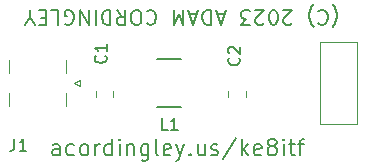
<source format=gto>
%TF.GenerationSoftware,KiCad,Pcbnew,7.0.1*%
%TF.CreationDate,2023-07-17T06:27:02-07:00*%
%TF.ProjectId,Antenna_Impedance_Match,416e7465-6e6e-4615-9f49-6d706564616e,rev?*%
%TF.SameCoordinates,Original*%
%TF.FileFunction,Legend,Top*%
%TF.FilePolarity,Positive*%
%FSLAX46Y46*%
G04 Gerber Fmt 4.6, Leading zero omitted, Abs format (unit mm)*
G04 Created by KiCad (PCBNEW 7.0.1) date 2023-07-17 06:27:02*
%MOMM*%
%LPD*%
G01*
G04 APERTURE LIST*
%ADD10C,0.150000*%
%ADD11C,0.180000*%
%ADD12C,0.120000*%
%ADD13C,0.200000*%
G04 APERTURE END LIST*
D10*
X152595238Y-73326785D02*
X152654761Y-73386309D01*
X152654761Y-73386309D02*
X152773809Y-73564880D01*
X152773809Y-73564880D02*
X152833333Y-73683928D01*
X152833333Y-73683928D02*
X152892857Y-73862500D01*
X152892857Y-73862500D02*
X152952380Y-74160119D01*
X152952380Y-74160119D02*
X152952380Y-74398214D01*
X152952380Y-74398214D02*
X152892857Y-74695833D01*
X152892857Y-74695833D02*
X152833333Y-74874404D01*
X152833333Y-74874404D02*
X152773809Y-74993452D01*
X152773809Y-74993452D02*
X152654761Y-75172023D01*
X152654761Y-75172023D02*
X152595238Y-75231547D01*
X151404762Y-73922023D02*
X151464286Y-73862500D01*
X151464286Y-73862500D02*
X151642857Y-73802976D01*
X151642857Y-73802976D02*
X151761905Y-73802976D01*
X151761905Y-73802976D02*
X151940476Y-73862500D01*
X151940476Y-73862500D02*
X152059524Y-73981547D01*
X152059524Y-73981547D02*
X152119047Y-74100595D01*
X152119047Y-74100595D02*
X152178571Y-74338690D01*
X152178571Y-74338690D02*
X152178571Y-74517261D01*
X152178571Y-74517261D02*
X152119047Y-74755357D01*
X152119047Y-74755357D02*
X152059524Y-74874404D01*
X152059524Y-74874404D02*
X151940476Y-74993452D01*
X151940476Y-74993452D02*
X151761905Y-75052976D01*
X151761905Y-75052976D02*
X151642857Y-75052976D01*
X151642857Y-75052976D02*
X151464286Y-74993452D01*
X151464286Y-74993452D02*
X151404762Y-74933928D01*
X150988095Y-73326785D02*
X150928571Y-73386309D01*
X150928571Y-73386309D02*
X150809524Y-73564880D01*
X150809524Y-73564880D02*
X150750000Y-73683928D01*
X150750000Y-73683928D02*
X150690476Y-73862500D01*
X150690476Y-73862500D02*
X150630952Y-74160119D01*
X150630952Y-74160119D02*
X150630952Y-74398214D01*
X150630952Y-74398214D02*
X150690476Y-74695833D01*
X150690476Y-74695833D02*
X150750000Y-74874404D01*
X150750000Y-74874404D02*
X150809524Y-74993452D01*
X150809524Y-74993452D02*
X150928571Y-75172023D01*
X150928571Y-75172023D02*
X150988095Y-75231547D01*
X149142857Y-74933928D02*
X149083333Y-74993452D01*
X149083333Y-74993452D02*
X148964286Y-75052976D01*
X148964286Y-75052976D02*
X148666667Y-75052976D01*
X148666667Y-75052976D02*
X148547619Y-74993452D01*
X148547619Y-74993452D02*
X148488095Y-74933928D01*
X148488095Y-74933928D02*
X148428572Y-74814880D01*
X148428572Y-74814880D02*
X148428572Y-74695833D01*
X148428572Y-74695833D02*
X148488095Y-74517261D01*
X148488095Y-74517261D02*
X149202381Y-73802976D01*
X149202381Y-73802976D02*
X148428572Y-73802976D01*
X147654762Y-75052976D02*
X147535715Y-75052976D01*
X147535715Y-75052976D02*
X147416667Y-74993452D01*
X147416667Y-74993452D02*
X147357143Y-74933928D01*
X147357143Y-74933928D02*
X147297619Y-74814880D01*
X147297619Y-74814880D02*
X147238096Y-74576785D01*
X147238096Y-74576785D02*
X147238096Y-74279166D01*
X147238096Y-74279166D02*
X147297619Y-74041071D01*
X147297619Y-74041071D02*
X147357143Y-73922023D01*
X147357143Y-73922023D02*
X147416667Y-73862500D01*
X147416667Y-73862500D02*
X147535715Y-73802976D01*
X147535715Y-73802976D02*
X147654762Y-73802976D01*
X147654762Y-73802976D02*
X147773810Y-73862500D01*
X147773810Y-73862500D02*
X147833334Y-73922023D01*
X147833334Y-73922023D02*
X147892857Y-74041071D01*
X147892857Y-74041071D02*
X147952381Y-74279166D01*
X147952381Y-74279166D02*
X147952381Y-74576785D01*
X147952381Y-74576785D02*
X147892857Y-74814880D01*
X147892857Y-74814880D02*
X147833334Y-74933928D01*
X147833334Y-74933928D02*
X147773810Y-74993452D01*
X147773810Y-74993452D02*
X147654762Y-75052976D01*
X146761905Y-74933928D02*
X146702381Y-74993452D01*
X146702381Y-74993452D02*
X146583334Y-75052976D01*
X146583334Y-75052976D02*
X146285715Y-75052976D01*
X146285715Y-75052976D02*
X146166667Y-74993452D01*
X146166667Y-74993452D02*
X146107143Y-74933928D01*
X146107143Y-74933928D02*
X146047620Y-74814880D01*
X146047620Y-74814880D02*
X146047620Y-74695833D01*
X146047620Y-74695833D02*
X146107143Y-74517261D01*
X146107143Y-74517261D02*
X146821429Y-73802976D01*
X146821429Y-73802976D02*
X146047620Y-73802976D01*
X145630953Y-75052976D02*
X144857144Y-75052976D01*
X144857144Y-75052976D02*
X145273810Y-74576785D01*
X145273810Y-74576785D02*
X145095239Y-74576785D01*
X145095239Y-74576785D02*
X144976191Y-74517261D01*
X144976191Y-74517261D02*
X144916667Y-74457738D01*
X144916667Y-74457738D02*
X144857144Y-74338690D01*
X144857144Y-74338690D02*
X144857144Y-74041071D01*
X144857144Y-74041071D02*
X144916667Y-73922023D01*
X144916667Y-73922023D02*
X144976191Y-73862500D01*
X144976191Y-73862500D02*
X145095239Y-73802976D01*
X145095239Y-73802976D02*
X145452382Y-73802976D01*
X145452382Y-73802976D02*
X145571429Y-73862500D01*
X145571429Y-73862500D02*
X145630953Y-73922023D01*
X143428572Y-74160119D02*
X142833334Y-74160119D01*
X143547620Y-73802976D02*
X143130953Y-75052976D01*
X143130953Y-75052976D02*
X142714287Y-73802976D01*
X142297619Y-73802976D02*
X142297619Y-75052976D01*
X142297619Y-75052976D02*
X142000000Y-75052976D01*
X142000000Y-75052976D02*
X141821429Y-74993452D01*
X141821429Y-74993452D02*
X141702381Y-74874404D01*
X141702381Y-74874404D02*
X141642858Y-74755357D01*
X141642858Y-74755357D02*
X141583334Y-74517261D01*
X141583334Y-74517261D02*
X141583334Y-74338690D01*
X141583334Y-74338690D02*
X141642858Y-74100595D01*
X141642858Y-74100595D02*
X141702381Y-73981547D01*
X141702381Y-73981547D02*
X141821429Y-73862500D01*
X141821429Y-73862500D02*
X142000000Y-73802976D01*
X142000000Y-73802976D02*
X142297619Y-73802976D01*
X141107143Y-74160119D02*
X140511905Y-74160119D01*
X141226191Y-73802976D02*
X140809524Y-75052976D01*
X140809524Y-75052976D02*
X140392858Y-73802976D01*
X139976190Y-73802976D02*
X139976190Y-75052976D01*
X139976190Y-75052976D02*
X139559524Y-74160119D01*
X139559524Y-74160119D02*
X139142857Y-75052976D01*
X139142857Y-75052976D02*
X139142857Y-73802976D01*
X136880953Y-73922023D02*
X136940477Y-73862500D01*
X136940477Y-73862500D02*
X137119048Y-73802976D01*
X137119048Y-73802976D02*
X137238096Y-73802976D01*
X137238096Y-73802976D02*
X137416667Y-73862500D01*
X137416667Y-73862500D02*
X137535715Y-73981547D01*
X137535715Y-73981547D02*
X137595238Y-74100595D01*
X137595238Y-74100595D02*
X137654762Y-74338690D01*
X137654762Y-74338690D02*
X137654762Y-74517261D01*
X137654762Y-74517261D02*
X137595238Y-74755357D01*
X137595238Y-74755357D02*
X137535715Y-74874404D01*
X137535715Y-74874404D02*
X137416667Y-74993452D01*
X137416667Y-74993452D02*
X137238096Y-75052976D01*
X137238096Y-75052976D02*
X137119048Y-75052976D01*
X137119048Y-75052976D02*
X136940477Y-74993452D01*
X136940477Y-74993452D02*
X136880953Y-74933928D01*
X136107143Y-75052976D02*
X135869048Y-75052976D01*
X135869048Y-75052976D02*
X135750000Y-74993452D01*
X135750000Y-74993452D02*
X135630953Y-74874404D01*
X135630953Y-74874404D02*
X135571429Y-74636309D01*
X135571429Y-74636309D02*
X135571429Y-74219642D01*
X135571429Y-74219642D02*
X135630953Y-73981547D01*
X135630953Y-73981547D02*
X135750000Y-73862500D01*
X135750000Y-73862500D02*
X135869048Y-73802976D01*
X135869048Y-73802976D02*
X136107143Y-73802976D01*
X136107143Y-73802976D02*
X136226191Y-73862500D01*
X136226191Y-73862500D02*
X136345238Y-73981547D01*
X136345238Y-73981547D02*
X136404762Y-74219642D01*
X136404762Y-74219642D02*
X136404762Y-74636309D01*
X136404762Y-74636309D02*
X136345238Y-74874404D01*
X136345238Y-74874404D02*
X136226191Y-74993452D01*
X136226191Y-74993452D02*
X136107143Y-75052976D01*
X134321429Y-73802976D02*
X134738095Y-74398214D01*
X135035714Y-73802976D02*
X135035714Y-75052976D01*
X135035714Y-75052976D02*
X134559524Y-75052976D01*
X134559524Y-75052976D02*
X134440476Y-74993452D01*
X134440476Y-74993452D02*
X134380953Y-74933928D01*
X134380953Y-74933928D02*
X134321429Y-74814880D01*
X134321429Y-74814880D02*
X134321429Y-74636309D01*
X134321429Y-74636309D02*
X134380953Y-74517261D01*
X134380953Y-74517261D02*
X134440476Y-74457738D01*
X134440476Y-74457738D02*
X134559524Y-74398214D01*
X134559524Y-74398214D02*
X135035714Y-74398214D01*
X133785714Y-73802976D02*
X133785714Y-75052976D01*
X133785714Y-75052976D02*
X133488095Y-75052976D01*
X133488095Y-75052976D02*
X133309524Y-74993452D01*
X133309524Y-74993452D02*
X133190476Y-74874404D01*
X133190476Y-74874404D02*
X133130953Y-74755357D01*
X133130953Y-74755357D02*
X133071429Y-74517261D01*
X133071429Y-74517261D02*
X133071429Y-74338690D01*
X133071429Y-74338690D02*
X133130953Y-74100595D01*
X133130953Y-74100595D02*
X133190476Y-73981547D01*
X133190476Y-73981547D02*
X133309524Y-73862500D01*
X133309524Y-73862500D02*
X133488095Y-73802976D01*
X133488095Y-73802976D02*
X133785714Y-73802976D01*
X132535714Y-73802976D02*
X132535714Y-75052976D01*
X131940476Y-73802976D02*
X131940476Y-75052976D01*
X131940476Y-75052976D02*
X131226191Y-73802976D01*
X131226191Y-73802976D02*
X131226191Y-75052976D01*
X129976191Y-74993452D02*
X130095238Y-75052976D01*
X130095238Y-75052976D02*
X130273810Y-75052976D01*
X130273810Y-75052976D02*
X130452381Y-74993452D01*
X130452381Y-74993452D02*
X130571429Y-74874404D01*
X130571429Y-74874404D02*
X130630952Y-74755357D01*
X130630952Y-74755357D02*
X130690476Y-74517261D01*
X130690476Y-74517261D02*
X130690476Y-74338690D01*
X130690476Y-74338690D02*
X130630952Y-74100595D01*
X130630952Y-74100595D02*
X130571429Y-73981547D01*
X130571429Y-73981547D02*
X130452381Y-73862500D01*
X130452381Y-73862500D02*
X130273810Y-73802976D01*
X130273810Y-73802976D02*
X130154762Y-73802976D01*
X130154762Y-73802976D02*
X129976191Y-73862500D01*
X129976191Y-73862500D02*
X129916667Y-73922023D01*
X129916667Y-73922023D02*
X129916667Y-74338690D01*
X129916667Y-74338690D02*
X130154762Y-74338690D01*
X128785714Y-73802976D02*
X129380952Y-73802976D01*
X129380952Y-73802976D02*
X129380952Y-75052976D01*
X128369047Y-74457738D02*
X127952381Y-74457738D01*
X127773809Y-73802976D02*
X128369047Y-73802976D01*
X128369047Y-73802976D02*
X128369047Y-75052976D01*
X128369047Y-75052976D02*
X127773809Y-75052976D01*
X127000000Y-74398214D02*
X127000000Y-73802976D01*
X127416667Y-75052976D02*
X127000000Y-74398214D01*
X127000000Y-74398214D02*
X126583334Y-75052976D01*
D11*
X129485713Y-86128666D02*
X129485713Y-85395333D01*
X129485713Y-85395333D02*
X129421427Y-85262000D01*
X129421427Y-85262000D02*
X129292855Y-85195333D01*
X129292855Y-85195333D02*
X129035713Y-85195333D01*
X129035713Y-85195333D02*
X128907141Y-85262000D01*
X129485713Y-86062000D02*
X129357141Y-86128666D01*
X129357141Y-86128666D02*
X129035713Y-86128666D01*
X129035713Y-86128666D02*
X128907141Y-86062000D01*
X128907141Y-86062000D02*
X128842855Y-85928666D01*
X128842855Y-85928666D02*
X128842855Y-85795333D01*
X128842855Y-85795333D02*
X128907141Y-85662000D01*
X128907141Y-85662000D02*
X129035713Y-85595333D01*
X129035713Y-85595333D02*
X129357141Y-85595333D01*
X129357141Y-85595333D02*
X129485713Y-85528666D01*
X130707142Y-86062000D02*
X130578570Y-86128666D01*
X130578570Y-86128666D02*
X130321427Y-86128666D01*
X130321427Y-86128666D02*
X130192856Y-86062000D01*
X130192856Y-86062000D02*
X130128570Y-85995333D01*
X130128570Y-85995333D02*
X130064284Y-85862000D01*
X130064284Y-85862000D02*
X130064284Y-85462000D01*
X130064284Y-85462000D02*
X130128570Y-85328666D01*
X130128570Y-85328666D02*
X130192856Y-85262000D01*
X130192856Y-85262000D02*
X130321427Y-85195333D01*
X130321427Y-85195333D02*
X130578570Y-85195333D01*
X130578570Y-85195333D02*
X130707142Y-85262000D01*
X131478570Y-86128666D02*
X131349999Y-86062000D01*
X131349999Y-86062000D02*
X131285713Y-85995333D01*
X131285713Y-85995333D02*
X131221427Y-85862000D01*
X131221427Y-85862000D02*
X131221427Y-85462000D01*
X131221427Y-85462000D02*
X131285713Y-85328666D01*
X131285713Y-85328666D02*
X131349999Y-85262000D01*
X131349999Y-85262000D02*
X131478570Y-85195333D01*
X131478570Y-85195333D02*
X131671427Y-85195333D01*
X131671427Y-85195333D02*
X131799999Y-85262000D01*
X131799999Y-85262000D02*
X131864285Y-85328666D01*
X131864285Y-85328666D02*
X131928570Y-85462000D01*
X131928570Y-85462000D02*
X131928570Y-85862000D01*
X131928570Y-85862000D02*
X131864285Y-85995333D01*
X131864285Y-85995333D02*
X131799999Y-86062000D01*
X131799999Y-86062000D02*
X131671427Y-86128666D01*
X131671427Y-86128666D02*
X131478570Y-86128666D01*
X132507142Y-86128666D02*
X132507142Y-85195333D01*
X132507142Y-85462000D02*
X132571428Y-85328666D01*
X132571428Y-85328666D02*
X132635714Y-85262000D01*
X132635714Y-85262000D02*
X132764285Y-85195333D01*
X132764285Y-85195333D02*
X132892856Y-85195333D01*
X133921428Y-86128666D02*
X133921428Y-84728666D01*
X133921428Y-86062000D02*
X133792856Y-86128666D01*
X133792856Y-86128666D02*
X133535713Y-86128666D01*
X133535713Y-86128666D02*
X133407142Y-86062000D01*
X133407142Y-86062000D02*
X133342856Y-85995333D01*
X133342856Y-85995333D02*
X133278570Y-85862000D01*
X133278570Y-85862000D02*
X133278570Y-85462000D01*
X133278570Y-85462000D02*
X133342856Y-85328666D01*
X133342856Y-85328666D02*
X133407142Y-85262000D01*
X133407142Y-85262000D02*
X133535713Y-85195333D01*
X133535713Y-85195333D02*
X133792856Y-85195333D01*
X133792856Y-85195333D02*
X133921428Y-85262000D01*
X134564285Y-86128666D02*
X134564285Y-85195333D01*
X134564285Y-84728666D02*
X134499999Y-84795333D01*
X134499999Y-84795333D02*
X134564285Y-84862000D01*
X134564285Y-84862000D02*
X134628571Y-84795333D01*
X134628571Y-84795333D02*
X134564285Y-84728666D01*
X134564285Y-84728666D02*
X134564285Y-84862000D01*
X135207142Y-85195333D02*
X135207142Y-86128666D01*
X135207142Y-85328666D02*
X135271428Y-85262000D01*
X135271428Y-85262000D02*
X135399999Y-85195333D01*
X135399999Y-85195333D02*
X135592856Y-85195333D01*
X135592856Y-85195333D02*
X135721428Y-85262000D01*
X135721428Y-85262000D02*
X135785714Y-85395333D01*
X135785714Y-85395333D02*
X135785714Y-86128666D01*
X137007143Y-85195333D02*
X137007143Y-86328666D01*
X137007143Y-86328666D02*
X136942857Y-86462000D01*
X136942857Y-86462000D02*
X136878571Y-86528666D01*
X136878571Y-86528666D02*
X136750000Y-86595333D01*
X136750000Y-86595333D02*
X136557143Y-86595333D01*
X136557143Y-86595333D02*
X136428571Y-86528666D01*
X137007143Y-86062000D02*
X136878571Y-86128666D01*
X136878571Y-86128666D02*
X136621428Y-86128666D01*
X136621428Y-86128666D02*
X136492857Y-86062000D01*
X136492857Y-86062000D02*
X136428571Y-85995333D01*
X136428571Y-85995333D02*
X136364285Y-85862000D01*
X136364285Y-85862000D02*
X136364285Y-85462000D01*
X136364285Y-85462000D02*
X136428571Y-85328666D01*
X136428571Y-85328666D02*
X136492857Y-85262000D01*
X136492857Y-85262000D02*
X136621428Y-85195333D01*
X136621428Y-85195333D02*
X136878571Y-85195333D01*
X136878571Y-85195333D02*
X137007143Y-85262000D01*
X137842857Y-86128666D02*
X137714286Y-86062000D01*
X137714286Y-86062000D02*
X137650000Y-85928666D01*
X137650000Y-85928666D02*
X137650000Y-84728666D01*
X138871429Y-86062000D02*
X138742857Y-86128666D01*
X138742857Y-86128666D02*
X138485715Y-86128666D01*
X138485715Y-86128666D02*
X138357143Y-86062000D01*
X138357143Y-86062000D02*
X138292857Y-85928666D01*
X138292857Y-85928666D02*
X138292857Y-85395333D01*
X138292857Y-85395333D02*
X138357143Y-85262000D01*
X138357143Y-85262000D02*
X138485715Y-85195333D01*
X138485715Y-85195333D02*
X138742857Y-85195333D01*
X138742857Y-85195333D02*
X138871429Y-85262000D01*
X138871429Y-85262000D02*
X138935715Y-85395333D01*
X138935715Y-85395333D02*
X138935715Y-85528666D01*
X138935715Y-85528666D02*
X138292857Y-85662000D01*
X139385715Y-85195333D02*
X139707143Y-86128666D01*
X140028572Y-85195333D02*
X139707143Y-86128666D01*
X139707143Y-86128666D02*
X139578572Y-86462000D01*
X139578572Y-86462000D02*
X139514286Y-86528666D01*
X139514286Y-86528666D02*
X139385715Y-86595333D01*
X140542857Y-85995333D02*
X140607143Y-86062000D01*
X140607143Y-86062000D02*
X140542857Y-86128666D01*
X140542857Y-86128666D02*
X140478571Y-86062000D01*
X140478571Y-86062000D02*
X140542857Y-85995333D01*
X140542857Y-85995333D02*
X140542857Y-86128666D01*
X141764286Y-85195333D02*
X141764286Y-86128666D01*
X141185714Y-85195333D02*
X141185714Y-85928666D01*
X141185714Y-85928666D02*
X141250000Y-86062000D01*
X141250000Y-86062000D02*
X141378571Y-86128666D01*
X141378571Y-86128666D02*
X141571428Y-86128666D01*
X141571428Y-86128666D02*
X141700000Y-86062000D01*
X141700000Y-86062000D02*
X141764286Y-85995333D01*
X142342857Y-86062000D02*
X142471429Y-86128666D01*
X142471429Y-86128666D02*
X142728572Y-86128666D01*
X142728572Y-86128666D02*
X142857143Y-86062000D01*
X142857143Y-86062000D02*
X142921429Y-85928666D01*
X142921429Y-85928666D02*
X142921429Y-85862000D01*
X142921429Y-85862000D02*
X142857143Y-85728666D01*
X142857143Y-85728666D02*
X142728572Y-85662000D01*
X142728572Y-85662000D02*
X142535715Y-85662000D01*
X142535715Y-85662000D02*
X142407143Y-85595333D01*
X142407143Y-85595333D02*
X142342857Y-85462000D01*
X142342857Y-85462000D02*
X142342857Y-85395333D01*
X142342857Y-85395333D02*
X142407143Y-85262000D01*
X142407143Y-85262000D02*
X142535715Y-85195333D01*
X142535715Y-85195333D02*
X142728572Y-85195333D01*
X142728572Y-85195333D02*
X142857143Y-85262000D01*
X144464286Y-84662000D02*
X143307143Y-86462000D01*
X144914286Y-86128666D02*
X144914286Y-84728666D01*
X145042858Y-85595333D02*
X145428572Y-86128666D01*
X145428572Y-85195333D02*
X144914286Y-85728666D01*
X146521429Y-86062000D02*
X146392857Y-86128666D01*
X146392857Y-86128666D02*
X146135715Y-86128666D01*
X146135715Y-86128666D02*
X146007143Y-86062000D01*
X146007143Y-86062000D02*
X145942857Y-85928666D01*
X145942857Y-85928666D02*
X145942857Y-85395333D01*
X145942857Y-85395333D02*
X146007143Y-85262000D01*
X146007143Y-85262000D02*
X146135715Y-85195333D01*
X146135715Y-85195333D02*
X146392857Y-85195333D01*
X146392857Y-85195333D02*
X146521429Y-85262000D01*
X146521429Y-85262000D02*
X146585715Y-85395333D01*
X146585715Y-85395333D02*
X146585715Y-85528666D01*
X146585715Y-85528666D02*
X145942857Y-85662000D01*
X147357143Y-85328666D02*
X147228572Y-85262000D01*
X147228572Y-85262000D02*
X147164286Y-85195333D01*
X147164286Y-85195333D02*
X147100000Y-85062000D01*
X147100000Y-85062000D02*
X147100000Y-84995333D01*
X147100000Y-84995333D02*
X147164286Y-84862000D01*
X147164286Y-84862000D02*
X147228572Y-84795333D01*
X147228572Y-84795333D02*
X147357143Y-84728666D01*
X147357143Y-84728666D02*
X147614286Y-84728666D01*
X147614286Y-84728666D02*
X147742858Y-84795333D01*
X147742858Y-84795333D02*
X147807143Y-84862000D01*
X147807143Y-84862000D02*
X147871429Y-84995333D01*
X147871429Y-84995333D02*
X147871429Y-85062000D01*
X147871429Y-85062000D02*
X147807143Y-85195333D01*
X147807143Y-85195333D02*
X147742858Y-85262000D01*
X147742858Y-85262000D02*
X147614286Y-85328666D01*
X147614286Y-85328666D02*
X147357143Y-85328666D01*
X147357143Y-85328666D02*
X147228572Y-85395333D01*
X147228572Y-85395333D02*
X147164286Y-85462000D01*
X147164286Y-85462000D02*
X147100000Y-85595333D01*
X147100000Y-85595333D02*
X147100000Y-85862000D01*
X147100000Y-85862000D02*
X147164286Y-85995333D01*
X147164286Y-85995333D02*
X147228572Y-86062000D01*
X147228572Y-86062000D02*
X147357143Y-86128666D01*
X147357143Y-86128666D02*
X147614286Y-86128666D01*
X147614286Y-86128666D02*
X147742858Y-86062000D01*
X147742858Y-86062000D02*
X147807143Y-85995333D01*
X147807143Y-85995333D02*
X147871429Y-85862000D01*
X147871429Y-85862000D02*
X147871429Y-85595333D01*
X147871429Y-85595333D02*
X147807143Y-85462000D01*
X147807143Y-85462000D02*
X147742858Y-85395333D01*
X147742858Y-85395333D02*
X147614286Y-85328666D01*
X148450000Y-86128666D02*
X148450000Y-85195333D01*
X148450000Y-84728666D02*
X148385714Y-84795333D01*
X148385714Y-84795333D02*
X148450000Y-84862000D01*
X148450000Y-84862000D02*
X148514286Y-84795333D01*
X148514286Y-84795333D02*
X148450000Y-84728666D01*
X148450000Y-84728666D02*
X148450000Y-84862000D01*
X148900000Y-85195333D02*
X149414286Y-85195333D01*
X149092857Y-84728666D02*
X149092857Y-85928666D01*
X149092857Y-85928666D02*
X149157143Y-86062000D01*
X149157143Y-86062000D02*
X149285714Y-86128666D01*
X149285714Y-86128666D02*
X149414286Y-86128666D01*
X149671429Y-85195333D02*
X150185715Y-85195333D01*
X149864286Y-86128666D02*
X149864286Y-84928666D01*
X149864286Y-84928666D02*
X149928572Y-84795333D01*
X149928572Y-84795333D02*
X150057143Y-84728666D01*
X150057143Y-84728666D02*
X150185715Y-84728666D01*
D10*
%TO.C,C2*%
X144667380Y-77866666D02*
X144715000Y-77914285D01*
X144715000Y-77914285D02*
X144762619Y-78057142D01*
X144762619Y-78057142D02*
X144762619Y-78152380D01*
X144762619Y-78152380D02*
X144715000Y-78295237D01*
X144715000Y-78295237D02*
X144619761Y-78390475D01*
X144619761Y-78390475D02*
X144524523Y-78438094D01*
X144524523Y-78438094D02*
X144334047Y-78485713D01*
X144334047Y-78485713D02*
X144191190Y-78485713D01*
X144191190Y-78485713D02*
X144000714Y-78438094D01*
X144000714Y-78438094D02*
X143905476Y-78390475D01*
X143905476Y-78390475D02*
X143810238Y-78295237D01*
X143810238Y-78295237D02*
X143762619Y-78152380D01*
X143762619Y-78152380D02*
X143762619Y-78057142D01*
X143762619Y-78057142D02*
X143810238Y-77914285D01*
X143810238Y-77914285D02*
X143857857Y-77866666D01*
X143857857Y-77485713D02*
X143810238Y-77438094D01*
X143810238Y-77438094D02*
X143762619Y-77342856D01*
X143762619Y-77342856D02*
X143762619Y-77104761D01*
X143762619Y-77104761D02*
X143810238Y-77009523D01*
X143810238Y-77009523D02*
X143857857Y-76961904D01*
X143857857Y-76961904D02*
X143953095Y-76914285D01*
X143953095Y-76914285D02*
X144048333Y-76914285D01*
X144048333Y-76914285D02*
X144191190Y-76961904D01*
X144191190Y-76961904D02*
X144762619Y-77533332D01*
X144762619Y-77533332D02*
X144762619Y-76914285D01*
%TO.C,J1*%
X125666666Y-84712619D02*
X125666666Y-85426904D01*
X125666666Y-85426904D02*
X125619047Y-85569761D01*
X125619047Y-85569761D02*
X125523809Y-85665000D01*
X125523809Y-85665000D02*
X125380952Y-85712619D01*
X125380952Y-85712619D02*
X125285714Y-85712619D01*
X126666666Y-85712619D02*
X126095238Y-85712619D01*
X126380952Y-85712619D02*
X126380952Y-84712619D01*
X126380952Y-84712619D02*
X126285714Y-84855476D01*
X126285714Y-84855476D02*
X126190476Y-84950714D01*
X126190476Y-84950714D02*
X126095238Y-84998333D01*
%TO.C,L1*%
X138633333Y-83962619D02*
X138157143Y-83962619D01*
X138157143Y-83962619D02*
X138157143Y-82962619D01*
X139490476Y-83962619D02*
X138919048Y-83962619D01*
X139204762Y-83962619D02*
X139204762Y-82962619D01*
X139204762Y-82962619D02*
X139109524Y-83105476D01*
X139109524Y-83105476D02*
X139014286Y-83200714D01*
X139014286Y-83200714D02*
X138919048Y-83248333D01*
%TO.C,C1*%
X133367380Y-77666666D02*
X133415000Y-77714285D01*
X133415000Y-77714285D02*
X133462619Y-77857142D01*
X133462619Y-77857142D02*
X133462619Y-77952380D01*
X133462619Y-77952380D02*
X133415000Y-78095237D01*
X133415000Y-78095237D02*
X133319761Y-78190475D01*
X133319761Y-78190475D02*
X133224523Y-78238094D01*
X133224523Y-78238094D02*
X133034047Y-78285713D01*
X133034047Y-78285713D02*
X132891190Y-78285713D01*
X132891190Y-78285713D02*
X132700714Y-78238094D01*
X132700714Y-78238094D02*
X132605476Y-78190475D01*
X132605476Y-78190475D02*
X132510238Y-78095237D01*
X132510238Y-78095237D02*
X132462619Y-77952380D01*
X132462619Y-77952380D02*
X132462619Y-77857142D01*
X132462619Y-77857142D02*
X132510238Y-77714285D01*
X132510238Y-77714285D02*
X132557857Y-77666666D01*
X133462619Y-76714285D02*
X133462619Y-77285713D01*
X133462619Y-76999999D02*
X132462619Y-76999999D01*
X132462619Y-76999999D02*
X132605476Y-77095237D01*
X132605476Y-77095237D02*
X132700714Y-77190475D01*
X132700714Y-77190475D02*
X132748333Y-77285713D01*
D12*
%TO.C,C2*%
X143765000Y-81211252D02*
X143765000Y-80688748D01*
X145235000Y-81211252D02*
X145235000Y-80688748D01*
%TO.C,J1*%
X129992500Y-78050000D02*
X129992500Y-79160000D01*
X125242500Y-78050000D02*
X125242500Y-79160000D01*
X131242500Y-79750000D02*
X130742500Y-80000000D01*
X130742500Y-80000000D02*
X131242500Y-80250000D01*
X131242500Y-80250000D02*
X131242500Y-79750000D01*
X129992500Y-80840000D02*
X129992500Y-81950000D01*
X125242500Y-80840000D02*
X125242500Y-81950000D01*
D13*
%TO.C,L1*%
X137700000Y-78000000D02*
X139800000Y-78000000D01*
X137700000Y-82000000D02*
X139800000Y-82000000D01*
D12*
%TO.C,TP2*%
X151500000Y-83505000D02*
X151500000Y-76505000D01*
X154700000Y-83505000D02*
X151500000Y-83505000D01*
X151500000Y-76505000D02*
X154700000Y-76505000D01*
X154700000Y-76505000D02*
X154700000Y-83505000D01*
%TO.C,C1*%
X132565000Y-81211252D02*
X132565000Y-80688748D01*
X134035000Y-81211252D02*
X134035000Y-80688748D01*
%TD*%
M02*

</source>
